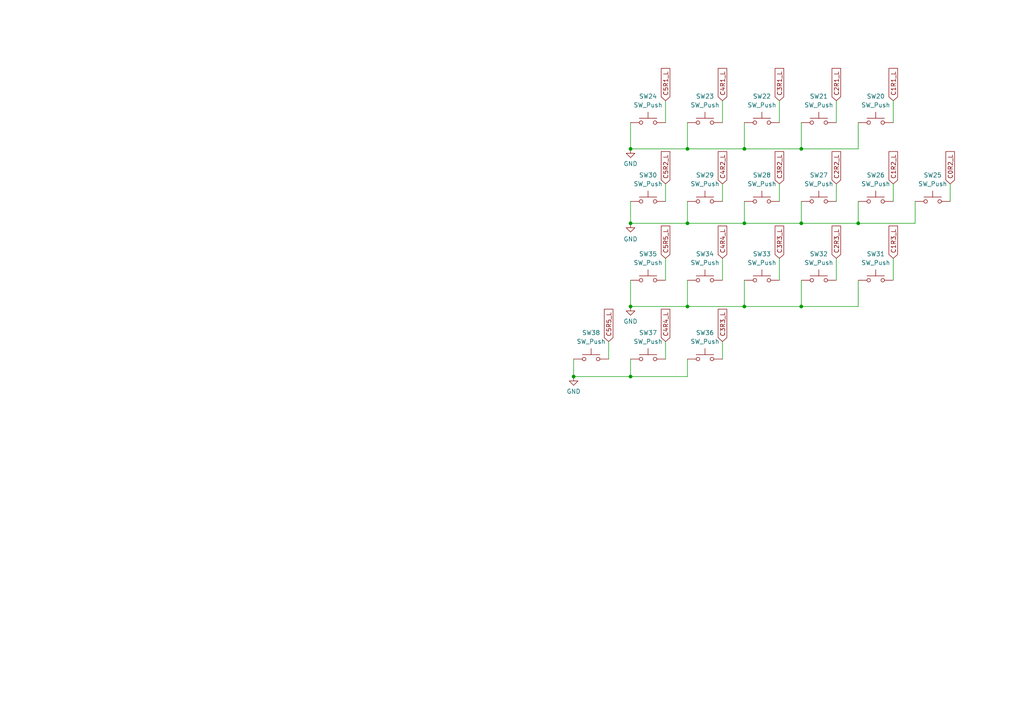
<source format=kicad_sch>
(kicad_sch (version 20250114) (generator "eeschema") (generator_version "9.0")
  (paper "A4")
  (lib_symbols
    (symbol "ATOM:GND" (power) (pin_numbers (hide yes)) (pin_names (offset 0) (hide yes))
      (property "Value" "GND" (at 0 -3.81 0))
      (symbol "GND_0_1"
        (polyline (pts (xy 0 0) (xy 0 -1.27) (xy 1.27 -1.27) (xy 0 -2.54) (xy -1.27 -1.27) (xy 0 -1.27)))
      )
      (symbol "GND_1_1"
        (pin power_in line (at 0 0 270) (length 0) (name "~") (number "1"))
      )
    )
    (symbol "ATOM:SW_Push" (pin_numbers (hide yes)) (pin_names (offset 1.016) (hide yes))
      (property "Reference" "SW" (at 1.27 2.54 0))
      (property "Value" "SW_Push" (at 0 -1.524 0))
      (symbol "SW_Push_0_1"
        (circle (center -2.032 0) (radius 0.508))
        (polyline (pts (xy 0 1.27) (xy 0 3.048)))
        (circle (center 2.032 0) (radius 0.508))
        (polyline (pts (xy 2.54 1.27) (xy -2.54 1.27)))
        (pin passive line (at -5.08 0 0) (length 2.54) (name "1") (number "1"))
        (pin passive line (at 5.08 0 180) (length 2.54) (name "2") (number "2"))
      )
    )
  )
  (junction (at 182.88 109.22))
  (junction (at 199.39 43.18))
  (junction (at 182.88 64.77))
  (junction (at 232.41 88.9))
  (junction (at 215.9 88.9))
  (junction (at 182.88 88.9))
  (junction (at 182.88 43.18))
  (junction (at 215.9 64.77))
  (junction (at 166.37 109.22))
  (junction (at 199.39 64.77))
  (junction (at 215.9 43.18))
  (junction (at 248.92 64.77))
  (junction (at 232.41 43.18))
  (junction (at 232.41 64.77))
  (junction (at 199.39 88.9))
  (wire (pts (xy 232.41 35.56) (xy 232.41 43.18)))
  (wire (pts (xy 232.41 88.9) (xy 215.9 88.9)))
  (wire (pts (xy 199.39 43.18) (xy 215.9 43.18)))
  (wire (pts (xy 182.88 58.42) (xy 182.88 64.77)))
  (wire (pts (xy 275.59 53.34) (xy 275.59 58.42)))
  (wire (pts (xy 232.41 88.9) (xy 248.92 88.9)))
  (wire (pts (xy 193.04 53.34) (xy 193.04 58.42)))
  (wire (pts (xy 199.39 104.14) (xy 199.39 109.22)))
  (wire (pts (xy 215.9 43.18) (xy 232.41 43.18)))
  (wire (pts (xy 242.57 29.21) (xy 242.57 35.56)))
  (wire (pts (xy 232.41 81.28) (xy 232.41 88.9)))
  (wire (pts (xy 182.88 43.18) (xy 199.39 43.18)))
  (wire (pts (xy 248.92 64.77) (xy 265.43 64.77)))
  (wire (pts (xy 176.53 99.06) (xy 176.53 104.14)))
  (wire (pts (xy 182.88 109.22) (xy 166.37 109.22)))
  (wire (pts (xy 259.08 74.93) (xy 259.08 81.28)))
  (wire (pts (xy 209.55 74.93) (xy 209.55 81.28)))
  (wire (pts (xy 226.06 29.21) (xy 226.06 35.56)))
  (wire (pts (xy 232.41 43.18) (xy 248.92 43.18)))
  (wire (pts (xy 232.41 64.77) (xy 248.92 64.77)))
  (wire (pts (xy 209.55 53.34) (xy 209.55 58.42)))
  (wire (pts (xy 199.39 35.56) (xy 199.39 43.18)))
  (wire (pts (xy 226.06 74.93) (xy 226.06 81.28)))
  (wire (pts (xy 193.04 29.21) (xy 193.04 35.56)))
  (wire (pts (xy 242.57 74.93) (xy 242.57 81.28)))
  (wire (pts (xy 199.39 64.77) (xy 215.9 64.77)))
  (wire (pts (xy 182.88 104.14) (xy 182.88 109.22)))
  (wire (pts (xy 215.9 64.77) (xy 232.41 64.77)))
  (wire (pts (xy 259.08 53.34) (xy 259.08 58.42)))
  (wire (pts (xy 248.92 81.28) (xy 248.92 88.9)))
  (wire (pts (xy 199.39 109.22) (xy 182.88 109.22)))
  (wire (pts (xy 182.88 35.56) (xy 182.88 43.18)))
  (wire (pts (xy 248.92 64.77) (xy 248.92 58.42)))
  (wire (pts (xy 232.41 58.42) (xy 232.41 64.77)))
  (wire (pts (xy 182.88 81.28) (xy 182.88 88.9)))
  (wire (pts (xy 166.37 104.14) (xy 166.37 109.22)))
  (wire (pts (xy 199.39 58.42) (xy 199.39 64.77)))
  (wire (pts (xy 265.43 64.77) (xy 265.43 58.42)))
  (wire (pts (xy 199.39 81.28) (xy 199.39 88.9)))
  (wire (pts (xy 182.88 64.77) (xy 199.39 64.77)))
  (wire (pts (xy 242.57 53.34) (xy 242.57 58.42)))
  (wire (pts (xy 259.08 29.21) (xy 259.08 35.56)))
  (wire (pts (xy 215.9 81.28) (xy 215.9 88.9)))
  (wire (pts (xy 193.04 99.06) (xy 193.04 104.14)))
  (wire (pts (xy 215.9 58.42) (xy 215.9 64.77)))
  (wire (pts (xy 215.9 88.9) (xy 199.39 88.9)))
  (wire (pts (xy 209.55 99.06) (xy 209.55 104.14)))
  (wire (pts (xy 193.04 74.93) (xy 193.04 81.28)))
  (wire (pts (xy 199.39 88.9) (xy 182.88 88.9)))
  (wire (pts (xy 215.9 35.56) (xy 215.9 43.18)))
  (wire (pts (xy 209.55 29.21) (xy 209.55 35.56)))
  (wire (pts (xy 226.06 53.34) (xy 226.06 58.42)))
  (wire (pts (xy 248.92 43.18) (xy 248.92 35.56)))
  (global_label "C5R2_L" (shape input) (at 193.04 53.34 90) (property "Intersheetrefs" "${INTERSHEET_REFS}" (effects (hide yes))))
  (global_label "C2R2_L" (shape input) (at 242.57 53.34 90) (property "Intersheetrefs" "${INTERSHEET_REFS}" (effects (hide yes))))
  (global_label "C5R1_L" (shape input) (at 193.04 29.21 90) (property "Intersheetrefs" "${INTERSHEET_REFS}" (effects (hide yes))))
  (global_label "C4R4_L" (shape input) (at 193.04 99.06 90) (property "Intersheetrefs" "${INTERSHEET_REFS}" (effects (hide yes))))
  (global_label "C4R2_L" (shape input) (at 209.55 53.34 90) (property "Intersheetrefs" "${INTERSHEET_REFS}" (effects (hide yes))))
  (global_label "C3R2_L" (shape input) (at 226.06 53.34 90) (property "Intersheetrefs" "${INTERSHEET_REFS}" (effects (hide yes))))
  (global_label "C3R3_L" (shape input) (at 226.06 74.93 90) (property "Intersheetrefs" "${INTERSHEET_REFS}" (effects (hide yes))))
  (global_label "C3R3_L" (shape input) (at 209.55 99.06 90) (property "Intersheetrefs" "${INTERSHEET_REFS}" (effects (hide yes))))
  (global_label "C2R1_L" (shape input) (at 242.57 29.21 90) (property "Intersheetrefs" "${INTERSHEET_REFS}" (effects (hide yes))))
  (global_label "C4R1_L" (shape input) (at 209.55 29.21 90) (property "Intersheetrefs" "${INTERSHEET_REFS}" (effects (hide yes))))
  (global_label "C0R2_L" (shape input) (at 275.59 53.34 90) (property "Intersheetrefs" "${INTERSHEET_REFS}" (effects (hide yes))))
  (global_label "C2R3_L" (shape input) (at 242.57 74.93 90) (property "Intersheetrefs" "${INTERSHEET_REFS}" (effects (hide yes))))
  (global_label "C3R1_L" (shape input) (at 226.06 29.21 90) (property "Intersheetrefs" "${INTERSHEET_REFS}" (effects (hide yes))))
  (global_label "C1R1_L" (shape input) (at 259.08 29.21 90) (property "Intersheetrefs" "${INTERSHEET_REFS}" (effects (hide yes))))
  (global_label "C1R2_L" (shape input) (at 259.08 53.34 90) (property "Intersheetrefs" "${INTERSHEET_REFS}" (effects (hide yes))))
  (global_label "C5R5_L" (shape input) (at 176.53 99.06 90) (property "Intersheetrefs" "${INTERSHEET_REFS}" (effects (hide yes))))
  (global_label "C4R4_L" (shape input) (at 209.55 74.93 90) (property "Intersheetrefs" "${INTERSHEET_REFS}" (effects (hide yes))))
  (global_label "C5R5_L" (shape input) (at 193.04 74.93 90) (property "Intersheetrefs" "${INTERSHEET_REFS}" (effects (hide yes))))
  (global_label "C1R3_L" (shape input) (at 259.08 74.93 90) (property "Intersheetrefs" "${INTERSHEET_REFS}" (effects (hide yes))))
  (symbol (lib_id "ATOM:SW_Push") (at 204.47 104.14 0) (mirror y) (unit 1)
    (property "Reference" "SW36" (at 204.47 96.52 0))
    (property "Value" "SW_Push" (at 204.47 99.06 0))
    (property "Footprint" "ATOM:Kailh-PG1353-Hotswap-1U" (effects (hide yes)))
    (property "Description" "Push button switch, generic, two pins" (effects (hide yes)))
  )
  (symbol (lib_id "ATOM:SW_Push") (at 237.49 81.28 0) (mirror y) (unit 1)
    (property "Reference" "SW32" (at 237.49 73.66 0))
    (property "Value" "SW_Push" (at 237.49 76.2 0))
    (property "Footprint" "ATOM:Kailh-PG1353-Hotswap-1U" (effects (hide yes)))
    (property "Description" "Push button switch, generic, two pins" (effects (hide yes)))
  )
  (symbol (lib_id "ATOM:SW_Push") (at 187.96 104.14 0) (mirror y) (unit 1)
    (property "Reference" "SW37" (at 187.96 96.52 0))
    (property "Value" "SW_Push" (at 187.96 99.06 0))
    (property "Footprint" "ATOM:Kailh-PG1353-Hotswap-1U" (effects (hide yes)))
    (property "Description" "Push button switch, generic, two pins" (effects (hide yes)))
  )
  (symbol (lib_id "ATOM:SW_Push") (at 254 58.42 0) (mirror y) (unit 1)
    (property "Reference" "SW26" (at 254 50.8 0))
    (property "Value" "SW_Push" (at 254 53.34 0))
    (property "Footprint" "ATOM:Kailh-PG1353-Hotswap-1U" (effects (hide yes)))
    (property "Description" "Push button switch, generic, two pins" (effects (hide yes)))
  )
  (symbol (lib_id "ATOM:SW_Push") (at 187.96 35.56 0) (mirror y) (unit 1)
    (property "Reference" "SW24" (at 187.96 27.94 0))
    (property "Value" "SW_Push" (at 187.96 30.48 0))
    (property "Footprint" "ATOM:Kailh-PG1353-Hotswap-1U" (effects (hide yes)))
    (property "Description" "Push button switch, generic, two pins" (effects (hide yes)))
  )
  (symbol (lib_id "ATOM:GND") (at 182.88 88.9 0) (mirror y) (unit 1)
    (property "Reference" "#PWR07" (effects (hide yes)))
    (property "Value" "GND" (at 182.88 93.218 0))
    (property "Description" "Power symbol creates a global label with name \"GND\" , ground" (effects (hide yes)))
  )
  (symbol (lib_id "ATOM:SW_Push") (at 220.98 58.42 0) (mirror y) (unit 1)
    (property "Reference" "SW28" (at 220.98 50.8 0))
    (property "Value" "SW_Push" (at 220.98 53.34 0))
    (property "Footprint" "ATOM:Kailh-PG1353-Hotswap-1U" (effects (hide yes)))
    (property "Description" "Push button switch, generic, two pins" (effects (hide yes)))
  )
  (symbol (lib_id "ATOM:SW_Push") (at 187.96 58.42 0) (mirror y) (unit 1)
    (property "Reference" "SW30" (at 187.96 50.8 0))
    (property "Value" "SW_Push" (at 187.96 53.34 0))
    (property "Footprint" "ATOM:Kailh-PG1353-Hotswap-1U" (effects (hide yes)))
    (property "Description" "Push button switch, generic, two pins" (effects (hide yes)))
  )
  (symbol (lib_id "ATOM:SW_Push") (at 204.47 35.56 0) (mirror y) (unit 1)
    (property "Reference" "SW23" (at 204.47 27.94 0))
    (property "Value" "SW_Push" (at 204.47 30.48 0))
    (property "Footprint" "ATOM:Kailh-PG1353-Hotswap-1U" (effects (hide yes)))
    (property "Description" "Push button switch, generic, two pins" (effects (hide yes)))
  )
  (symbol (lib_id "ATOM:GND") (at 166.37 109.22 0) (mirror y) (unit 1)
    (property "Reference" "#PWR08" (effects (hide yes)))
    (property "Value" "GND" (at 166.37 113.538 0))
    (property "Description" "Power symbol creates a global label with name \"GND\" , ground" (effects (hide yes)))
  )
  (symbol (lib_id "ATOM:GND") (at 182.88 43.18 0) (mirror y) (unit 1)
    (property "Reference" "#PWR05" (effects (hide yes)))
    (property "Value" "GND" (at 182.88 47.498 0))
    (property "Description" "Power symbol creates a global label with name \"GND\" , ground" (effects (hide yes)))
  )
  (symbol (lib_id "ATOM:SW_Push") (at 171.45 104.14 0) (mirror y) (unit 1)
    (property "Reference" "SW38" (at 171.45 96.52 0))
    (property "Value" "SW_Push" (at 171.45 99.06 0))
    (property "Footprint" "ATOM:Kailh-PG1353-Hotswap-1U" (effects (hide yes)))
    (property "Description" "Push button switch, generic, two pins" (effects (hide yes)))
  )
  (symbol (lib_id "ATOM:SW_Push") (at 254 81.28 0) (mirror y) (unit 1)
    (property "Reference" "SW31" (at 254 73.66 0))
    (property "Value" "SW_Push" (at 254 76.2 0))
    (property "Footprint" "ATOM:Kailh-PG1353-Hotswap-1U" (effects (hide yes)))
    (property "Description" "Push button switch, generic, two pins" (effects (hide yes)))
  )
  (symbol (lib_id "ATOM:SW_Push") (at 270.51 58.42 0) (mirror y) (unit 1)
    (property "Reference" "SW25" (at 270.51 50.8 0))
    (property "Value" "SW_Push" (at 270.51 53.34 0))
    (property "Footprint" "ATOM:Kailh-PG1353-Hotswap-1U" (effects (hide yes)))
    (property "Description" "Push button switch, generic, two pins" (effects (hide yes)))
  )
  (symbol (lib_id "ATOM:SW_Push") (at 254 35.56 0) (mirror y) (unit 1)
    (property "Reference" "SW20" (at 254 27.94 0))
    (property "Value" "SW_Push" (at 254 30.48 0))
    (property "Footprint" "ATOM:Kailh-PG1353-Hotswap-1U" (effects (hide yes)))
    (property "Description" "Push button switch, generic, two pins" (effects (hide yes)))
  )
  (symbol (lib_id "ATOM:SW_Push") (at 237.49 58.42 0) (mirror y) (unit 1)
    (property "Reference" "SW27" (at 237.49 50.8 0))
    (property "Value" "SW_Push" (at 237.49 53.34 0))
    (property "Footprint" "ATOM:Kailh-PG1353-Hotswap-1U" (effects (hide yes)))
    (property "Description" "Push button switch, generic, two pins" (effects (hide yes)))
  )
  (symbol (lib_id "ATOM:SW_Push") (at 220.98 35.56 0) (mirror y) (unit 1)
    (property "Reference" "SW22" (at 220.98 27.94 0))
    (property "Value" "SW_Push" (at 220.98 30.48 0))
    (property "Footprint" "ATOM:Kailh-PG1353-Hotswap-1U" (effects (hide yes)))
    (property "Description" "Push button switch, generic, two pins" (effects (hide yes)))
  )
  (symbol (lib_id "ATOM:SW_Push") (at 220.98 81.28 0) (mirror y) (unit 1)
    (property "Reference" "SW33" (at 220.98 73.66 0))
    (property "Value" "SW_Push" (at 220.98 76.2 0))
    (property "Footprint" "ATOM:Kailh-PG1353-Hotswap-1U" (effects (hide yes)))
    (property "Description" "Push button switch, generic, two pins" (effects (hide yes)))
  )
  (symbol (lib_id "ATOM:SW_Push") (at 204.47 58.42 0) (mirror y) (unit 1)
    (property "Reference" "SW29" (at 204.47 50.8 0))
    (property "Value" "SW_Push" (at 204.47 53.34 0))
    (property "Footprint" "ATOM:Kailh-PG1353-Hotswap-1U" (effects (hide yes)))
    (property "Description" "Push button switch, generic, two pins" (effects (hide yes)))
  )
  (symbol (lib_id "ATOM:SW_Push") (at 187.96 81.28 0) (mirror y) (unit 1)
    (property "Reference" "SW35" (at 187.96 73.66 0))
    (property "Value" "SW_Push" (at 187.96 76.2 0))
    (property "Footprint" "ATOM:Kailh-PG1353-Hotswap-1U" (effects (hide yes)))
    (property "Description" "Push button switch, generic, two pins" (effects (hide yes)))
  )
  (symbol (lib_id "ATOM:SW_Push") (at 204.47 81.28 0) (mirror y) (unit 1)
    (property "Reference" "SW34" (at 204.47 73.66 0))
    (property "Value" "SW_Push" (at 204.47 76.2 0))
    (property "Footprint" "ATOM:Kailh-PG1353-Hotswap-1U" (effects (hide yes)))
    (property "Description" "Push button switch, generic, two pins" (effects (hide yes)))
  )
  (symbol (lib_id "ATOM:GND") (at 182.88 64.77 0) (mirror y) (unit 1)
    (property "Reference" "#PWR06" (effects (hide yes)))
    (property "Value" "GND" (at 182.88 69.342 0))
    (property "Description" "Power symbol creates a global label with name \"GND\" , ground" (effects (hide yes)))
  )
  (symbol (lib_id "ATOM:SW_Push") (at 237.49 35.56 0) (mirror y) (unit 1)
    (property "Reference" "SW21" (at 237.49 27.94 0))
    (property "Value" "SW_Push" (at 237.49 30.48 0))
    (property "Footprint" "ATOM:Kailh-PG1353-Hotswap-1U" (effects (hide yes)))
    (property "Description" "Push button switch, generic, two pins" (effects (hide yes)))
  )
)
</source>
